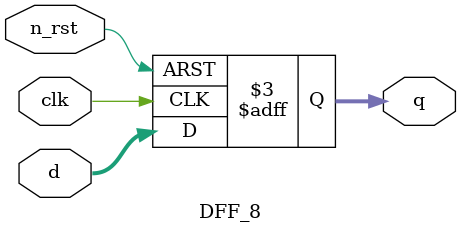
<source format=v>

module DFF_1(
	input n_rst,
	input clk,
	input d,
	output reg q
);
	
	always @(posedge clk or negedge n_rst) begin
		if(~n_rst) begin
			q <= 1'b0;
		end else begin
			q <= d;
		end
	end

endmodule

module DFF_8(
	n_rst,
	clk,
	d,
	q
);
	input n_rst;
	input clk;
	input [7:0] d;
	output [7:0] q;
	reg [7:0] q;
	
	always @(posedge clk or negedge n_rst) begin
		if(~n_rst) begin
			q <= 8'h00;
		end else begin
			q <= d;
		end
	end

endmodule


</source>
